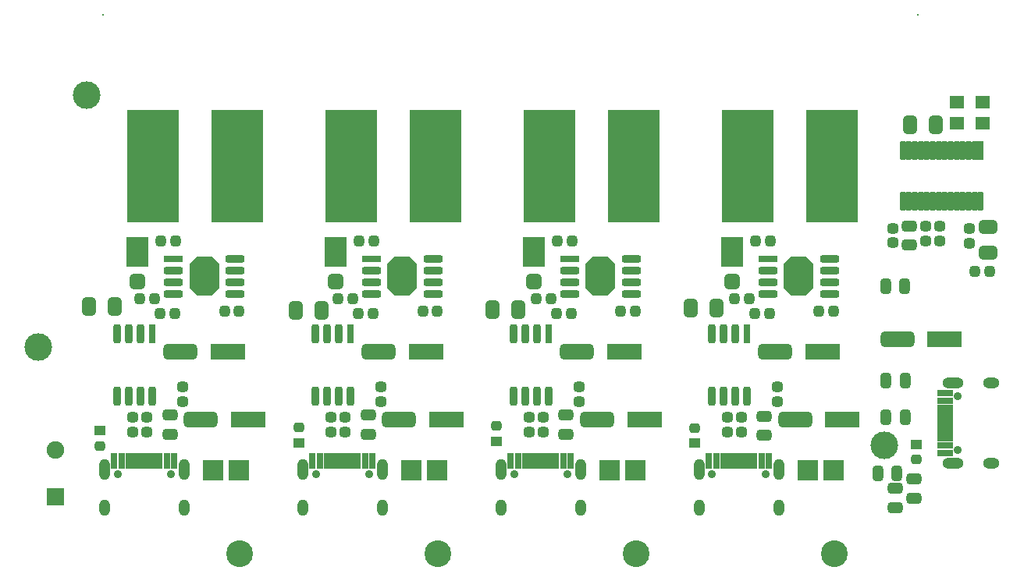
<source format=gbr>
%TF.GenerationSoftware,Altium Limited,Altium Designer,23.4.1 (23)*%
G04 Layer_Color=8388736*
%FSLAX26Y26*%
%MOIN*%
%TF.SameCoordinates,9AE554A4-7581-43F1-91E0-74BCC9029391*%
%TF.FilePolarity,Negative*%
%TF.FileFunction,Soldermask,Top*%
%TF.Part,CustomerPanel*%
G01*
G75*
%TA.AperFunction,FiducialPad,Global*%
%ADD71C,0.118110*%
%TA.AperFunction,ComponentPad*%
%ADD72R,0.085000X0.085000*%
%ADD73O,0.047370X0.070992*%
%ADD74C,0.034575*%
%ADD75O,0.047370X0.090677*%
%ADD76C,0.074929*%
%ADD77R,0.074929X0.074929*%
%ADD78O,0.070992X0.047370*%
%ADD79O,0.090677X0.047370*%
%TA.AperFunction,WasherPad*%
%ADD80C,0.008000*%
%TA.AperFunction,ViaPad*%
%ADD81C,0.114299*%
%TA.AperFunction,SMDPad,CuDef*%
G04:AMPARAMS|DCode=90|XSize=65.087mil|YSize=45.402mil|CornerRadius=13.35mil|HoleSize=0mil|Usage=FLASHONLY|Rotation=0.000|XOffset=0mil|YOffset=0mil|HoleType=Round|Shape=RoundedRectangle|*
%AMROUNDEDRECTD90*
21,1,0.065087,0.018701,0,0,0.0*
21,1,0.038386,0.045402,0,0,0.0*
1,1,0.026701,0.019193,-0.009350*
1,1,0.026701,-0.019193,-0.009350*
1,1,0.026701,-0.019193,0.009350*
1,1,0.026701,0.019193,0.009350*
%
%ADD90ROUNDEDRECTD90*%
G04:AMPARAMS|DCode=91|XSize=47.37mil|YSize=43.433mil|CornerRadius=12.858mil|HoleSize=0mil|Usage=FLASHONLY|Rotation=0.000|XOffset=0mil|YOffset=0mil|HoleType=Round|Shape=RoundedRectangle|*
%AMROUNDEDRECTD91*
21,1,0.047370,0.017717,0,0,0.0*
21,1,0.021654,0.043433,0,0,0.0*
1,1,0.025716,0.010827,-0.008858*
1,1,0.025716,-0.010827,-0.008858*
1,1,0.025716,-0.010827,0.008858*
1,1,0.025716,0.010827,0.008858*
%
%ADD91ROUNDEDRECTD91*%
G04:AMPARAMS|DCode=92|XSize=78.866mil|YSize=59.181mil|CornerRadius=16.795mil|HoleSize=0mil|Usage=FLASHONLY|Rotation=90.000|XOffset=0mil|YOffset=0mil|HoleType=Round|Shape=RoundedRectangle|*
%AMROUNDEDRECTD92*
21,1,0.078866,0.025591,0,0,90.0*
21,1,0.045276,0.059181,0,0,90.0*
1,1,0.033590,0.012795,0.022638*
1,1,0.033590,0.012795,-0.022638*
1,1,0.033590,-0.012795,-0.022638*
1,1,0.033590,-0.012795,0.022638*
%
%ADD92ROUNDEDRECTD92*%
G04:AMPARAMS|DCode=93|XSize=67.055mil|YSize=145.795mil|CornerRadius=18.764mil|HoleSize=0mil|Usage=FLASHONLY|Rotation=270.000|XOffset=0mil|YOffset=0mil|HoleType=Round|Shape=RoundedRectangle|*
%AMROUNDEDRECTD93*
21,1,0.067055,0.108268,0,0,270.0*
21,1,0.029527,0.145795,0,0,270.0*
1,1,0.037528,-0.054134,-0.014764*
1,1,0.037528,-0.054134,0.014764*
1,1,0.037528,0.054134,0.014764*
1,1,0.037528,0.054134,-0.014764*
%
%ADD93ROUNDEDRECTD93*%
%ADD94R,0.145795X0.067055*%
G04:AMPARAMS|DCode=95|XSize=126.11mil|YSize=165.48mil|CornerRadius=0mil|HoleSize=0mil|Usage=FLASHONLY|Rotation=0.000|XOffset=0mil|YOffset=0mil|HoleType=Round|Shape=Octagon|*
%AMOCTAGOND95*
4,1,8,-0.031527,0.082740,0.031527,0.082740,0.063055,0.051213,0.063055,-0.051213,0.031527,-0.082740,-0.031527,-0.082740,-0.063055,-0.051213,-0.063055,0.051213,-0.031527,0.082740,0.0*
%
%ADD95OCTAGOND95*%

%ADD96R,0.082803X0.031622*%
G04:AMPARAMS|DCode=97|XSize=31.622mil|YSize=82.803mil|CornerRadius=9.906mil|HoleSize=0mil|Usage=FLASHONLY|Rotation=90.000|XOffset=0mil|YOffset=0mil|HoleType=Round|Shape=RoundedRectangle|*
%AMROUNDEDRECTD97*
21,1,0.031622,0.062992,0,0,90.0*
21,1,0.011811,0.082803,0,0,90.0*
1,1,0.019811,0.031496,0.005906*
1,1,0.019811,0.031496,-0.005906*
1,1,0.019811,-0.031496,-0.005906*
1,1,0.019811,-0.031496,0.005906*
%
%ADD97ROUNDEDRECTD97*%
G04:AMPARAMS|DCode=98|XSize=47.37mil|YSize=43.433mil|CornerRadius=12.858mil|HoleSize=0mil|Usage=FLASHONLY|Rotation=90.000|XOffset=0mil|YOffset=0mil|HoleType=Round|Shape=RoundedRectangle|*
%AMROUNDEDRECTD98*
21,1,0.047370,0.017717,0,0,90.0*
21,1,0.021654,0.043433,0,0,90.0*
1,1,0.025716,0.008858,0.010827*
1,1,0.025716,0.008858,-0.010827*
1,1,0.025716,-0.008858,-0.010827*
1,1,0.025716,-0.008858,0.010827*
%
%ADD98ROUNDEDRECTD98*%
%ADD99R,0.224535X0.480441*%
%ADD100R,0.019811X0.065087*%
%ADD101R,0.031622X0.065087*%
%ADD102R,0.031622X0.082803*%
G04:AMPARAMS|DCode=103|XSize=31.622mil|YSize=82.803mil|CornerRadius=9.906mil|HoleSize=0mil|Usage=FLASHONLY|Rotation=0.000|XOffset=0mil|YOffset=0mil|HoleType=Round|Shape=RoundedRectangle|*
%AMROUNDEDRECTD103*
21,1,0.031622,0.062992,0,0,0.0*
21,1,0.011811,0.082803,0,0,0.0*
1,1,0.019811,0.005906,-0.031496*
1,1,0.019811,-0.005906,-0.031496*
1,1,0.019811,-0.005906,0.031496*
1,1,0.019811,0.005906,0.031496*
%
%ADD103ROUNDEDRECTD103*%
G04:AMPARAMS|DCode=104|XSize=82.803mil|YSize=26.898mil|CornerRadius=6.362mil|HoleSize=0mil|Usage=FLASHONLY|Rotation=270.000|XOffset=0mil|YOffset=0mil|HoleType=Round|Shape=RoundedRectangle|*
%AMROUNDEDRECTD104*
21,1,0.082803,0.014173,0,0,270.0*
21,1,0.070079,0.026898,0,0,270.0*
1,1,0.012724,-0.007087,-0.035039*
1,1,0.012724,-0.007087,0.035039*
1,1,0.012724,0.007087,0.035039*
1,1,0.012724,0.007087,-0.035039*
%
%ADD104ROUNDEDRECTD104*%
%ADD105R,0.026898X0.082803*%
%ADD106R,0.063118X0.055244*%
G04:AMPARAMS|DCode=107|XSize=45.402mil|YSize=41.465mil|CornerRadius=12.366mil|HoleSize=0mil|Usage=FLASHONLY|Rotation=180.000|XOffset=0mil|YOffset=0mil|HoleType=Round|Shape=RoundedRectangle|*
%AMROUNDEDRECTD107*
21,1,0.045402,0.016732,0,0,180.0*
21,1,0.020669,0.041465,0,0,180.0*
1,1,0.024732,-0.010335,0.008366*
1,1,0.024732,0.010335,0.008366*
1,1,0.024732,0.010335,-0.008366*
1,1,0.024732,-0.010335,-0.008366*
%
%ADD107ROUNDEDRECTD107*%
%ADD108R,0.045402X0.041465*%
G04:AMPARAMS|DCode=109|XSize=67.055mil|YSize=67.843mil|CornerRadius=18.764mil|HoleSize=0mil|Usage=FLASHONLY|Rotation=0.000|XOffset=0mil|YOffset=0mil|HoleType=Round|Shape=RoundedRectangle|*
%AMROUNDEDRECTD109*
21,1,0.067055,0.030315,0,0,0.0*
21,1,0.029527,0.067843,0,0,0.0*
1,1,0.037528,0.014764,-0.015158*
1,1,0.037528,-0.014764,-0.015158*
1,1,0.037528,-0.014764,0.015158*
1,1,0.037528,0.014764,0.015158*
%
%ADD109ROUNDEDRECTD109*%
%ADD110R,0.094614X0.130047*%
G04:AMPARAMS|DCode=111|XSize=78.866mil|YSize=59.181mil|CornerRadius=16.795mil|HoleSize=0mil|Usage=FLASHONLY|Rotation=180.000|XOffset=0mil|YOffset=0mil|HoleType=Round|Shape=RoundedRectangle|*
%AMROUNDEDRECTD111*
21,1,0.078866,0.025591,0,0,180.0*
21,1,0.045276,0.059181,0,0,180.0*
1,1,0.033590,-0.022638,0.012795*
1,1,0.033590,0.022638,0.012795*
1,1,0.033590,0.022638,-0.012795*
1,1,0.033590,-0.022638,-0.012795*
%
%ADD111ROUNDEDRECTD111*%
%TA.AperFunction,ConnectorPad*%
%ADD112R,0.065087X0.019811*%
%ADD113R,0.065087X0.031622*%
%TA.AperFunction,SMDPad,CuDef*%
G04:AMPARAMS|DCode=114|XSize=65.087mil|YSize=45.402mil|CornerRadius=13.35mil|HoleSize=0mil|Usage=FLASHONLY|Rotation=90.000|XOffset=0mil|YOffset=0mil|HoleType=Round|Shape=RoundedRectangle|*
%AMROUNDEDRECTD114*
21,1,0.065087,0.018701,0,0,90.0*
21,1,0.038386,0.045402,0,0,90.0*
1,1,0.026701,0.009350,0.019193*
1,1,0.026701,0.009350,-0.019193*
1,1,0.026701,-0.009350,-0.019193*
1,1,0.026701,-0.009350,0.019193*
%
%ADD114ROUNDEDRECTD114*%
D71*
X679449Y2478299D02*
D03*
X472701Y1402590D02*
D03*
X4084961Y982551D02*
D03*
D72*
X3021969Y873968D02*
D03*
X2913701Y873968D02*
D03*
X2175512Y873968D02*
D03*
X2067244Y873968D02*
D03*
X1329055Y873968D02*
D03*
X1220787Y873968D02*
D03*
X3760157D02*
D03*
X3868425D02*
D03*
D73*
X2448347Y714519D02*
D03*
X2788504D02*
D03*
X1601890D02*
D03*
X1942047D02*
D03*
X755433D02*
D03*
X1095590D02*
D03*
X3634960Y714519D02*
D03*
X3294803D02*
D03*
D74*
X2504649Y858220D02*
D03*
X2732202D02*
D03*
X1658192D02*
D03*
X1885745D02*
D03*
X811736D02*
D03*
X1039288D02*
D03*
X4399921Y1190103D02*
D03*
Y962551D02*
D03*
X3578658Y858220D02*
D03*
X3351106Y858220D02*
D03*
D75*
X2448347Y879086D02*
D03*
X2788504D02*
D03*
X1601890D02*
D03*
X1942047D02*
D03*
X755433D02*
D03*
X1095590D02*
D03*
X3634960D02*
D03*
X3294803Y879086D02*
D03*
D76*
X546701Y960590D02*
D03*
D77*
Y760590D02*
D03*
D78*
X4543622Y1246405D02*
D03*
Y906248D02*
D03*
D79*
X4379055Y1246405D02*
D03*
Y906248D02*
D03*
D80*
X4230260Y2822472D02*
D03*
X750685Y2822472D02*
D03*
D81*
X3871181Y517669D02*
D03*
X3024724Y517669D02*
D03*
X2178268D02*
D03*
X1331811D02*
D03*
D90*
X2727693Y1027545D02*
D03*
Y1110223D02*
D03*
X1881701Y1028251D02*
D03*
Y1110928D02*
D03*
X1034780Y1027545D02*
D03*
Y1110223D02*
D03*
X3572701Y1023251D02*
D03*
Y1105928D02*
D03*
X4212913Y836566D02*
D03*
Y753889D02*
D03*
X4134173Y797196D02*
D03*
Y714519D02*
D03*
X4193228Y1919244D02*
D03*
Y1836566D02*
D03*
D91*
X2782418Y1230168D02*
D03*
Y1167176D02*
D03*
X2628268Y1102314D02*
D03*
Y1039322D02*
D03*
X2569213Y1102314D02*
D03*
Y1039322D02*
D03*
X1935961Y1230168D02*
D03*
Y1167176D02*
D03*
X1781811Y1102314D02*
D03*
Y1039322D02*
D03*
X1722756Y1102314D02*
D03*
Y1039322D02*
D03*
X1088520Y1230168D02*
D03*
Y1167176D02*
D03*
X935355Y1102314D02*
D03*
Y1039322D02*
D03*
X876299Y1102314D02*
D03*
Y1039322D02*
D03*
X3628874Y1230168D02*
D03*
Y1167176D02*
D03*
X4321181Y1856251D02*
D03*
Y1919243D02*
D03*
X4262126Y1856251D02*
D03*
X4262126Y1919243D02*
D03*
X4124331Y1846409D02*
D03*
Y1909401D02*
D03*
X4449701Y1844094D02*
D03*
Y1907086D02*
D03*
X3415669Y1039322D02*
D03*
Y1102314D02*
D03*
X3474724Y1039322D02*
D03*
Y1102314D02*
D03*
D92*
X2521701Y1562590D02*
D03*
X2411465D02*
D03*
X1683819Y1559590D02*
D03*
X1573583D02*
D03*
X690464Y1573590D02*
D03*
X800700D02*
D03*
X3368819Y1568590D02*
D03*
X3258583D02*
D03*
X4197165Y2350346D02*
D03*
X4307402Y2350346D02*
D03*
D93*
X2773937Y1379873D02*
D03*
X2860551Y1092472D02*
D03*
X1927480Y1379873D02*
D03*
X2014095Y1092472D02*
D03*
X1081024Y1379873D02*
D03*
X1167638Y1092472D02*
D03*
X4142047Y1434992D02*
D03*
X3707008Y1092472D02*
D03*
X3620394Y1379873D02*
D03*
D94*
X2974724Y1379873D02*
D03*
X3061339Y1092472D02*
D03*
X2128268Y1379873D02*
D03*
X2214882Y1092472D02*
D03*
X1281811Y1379873D02*
D03*
X1368425Y1092472D02*
D03*
X4342835Y1434992D02*
D03*
X3907795Y1092472D02*
D03*
X3821181Y1379873D02*
D03*
D95*
X2874087Y1703543D02*
D03*
X2027630D02*
D03*
X1181173D02*
D03*
X3720543D02*
D03*
D96*
X2742197Y1778543D02*
D03*
X1895740D02*
D03*
X1049284D02*
D03*
X3588654D02*
D03*
D97*
X2742197Y1728543D02*
D03*
Y1678543D02*
D03*
Y1628543D02*
D03*
X3005977Y1778543D02*
D03*
Y1728543D02*
D03*
Y1678543D02*
D03*
Y1628543D02*
D03*
X1895740Y1728543D02*
D03*
Y1678543D02*
D03*
Y1628543D02*
D03*
X2159520Y1778543D02*
D03*
Y1728543D02*
D03*
Y1678543D02*
D03*
Y1628543D02*
D03*
X1049284Y1728543D02*
D03*
Y1678543D02*
D03*
Y1628543D02*
D03*
X1313063Y1778543D02*
D03*
Y1728543D02*
D03*
Y1678543D02*
D03*
Y1628543D02*
D03*
X3852433D02*
D03*
Y1678543D02*
D03*
Y1728543D02*
D03*
Y1778543D02*
D03*
X3588654Y1628543D02*
D03*
Y1678543D02*
D03*
Y1728543D02*
D03*
D98*
X2598740Y1608220D02*
D03*
X2661732D02*
D03*
X2960945Y1553102D02*
D03*
X3023937D02*
D03*
X2748347Y1545228D02*
D03*
X2685354D02*
D03*
X2752284Y1856251D02*
D03*
X2689291D02*
D03*
X1752284Y1608220D02*
D03*
X1815276D02*
D03*
X2114488Y1553102D02*
D03*
X2177480D02*
D03*
X1901890Y1545228D02*
D03*
X1838898D02*
D03*
X1905827Y1856251D02*
D03*
X1842835D02*
D03*
X905827Y1608220D02*
D03*
X968819D02*
D03*
X1268032Y1553102D02*
D03*
X1331024D02*
D03*
X1055433Y1545228D02*
D03*
X992441D02*
D03*
X1059370Y1856251D02*
D03*
X996378D02*
D03*
X3535748D02*
D03*
X3598740D02*
D03*
X4474205Y1725590D02*
D03*
X4537197D02*
D03*
X3531811Y1545228D02*
D03*
X3594803Y1545228D02*
D03*
X3870394Y1553102D02*
D03*
X3807401D02*
D03*
X3508189Y1608220D02*
D03*
X3445197D02*
D03*
D99*
X3014961Y2173181D02*
D03*
X2654961D02*
D03*
X2168504D02*
D03*
X1808504D02*
D03*
X1322047D02*
D03*
X962047D02*
D03*
X3501417Y2173180D02*
D03*
X3861417Y2173180D02*
D03*
D100*
X2687326Y913141D02*
D03*
X2667641D02*
D03*
X2549531D02*
D03*
X2569216D02*
D03*
X2608586D02*
D03*
X2628271D02*
D03*
X2588901D02*
D03*
X2647956D02*
D03*
X1840870D02*
D03*
X1821185D02*
D03*
X1703074D02*
D03*
X1722759D02*
D03*
X1762129D02*
D03*
X1781814D02*
D03*
X1742444D02*
D03*
X1801499D02*
D03*
X994413D02*
D03*
X974728D02*
D03*
X856618D02*
D03*
X876303D02*
D03*
X915673D02*
D03*
X935358D02*
D03*
X895988D02*
D03*
X955043D02*
D03*
X3494413Y913142D02*
D03*
X3435358Y913141D02*
D03*
X3474728Y913142D02*
D03*
X3455043D02*
D03*
X3415673Y913141D02*
D03*
X3395988D02*
D03*
X3514098Y913141D02*
D03*
X3533783D02*
D03*
D101*
X2490476D02*
D03*
X2746381D02*
D03*
X2714885D02*
D03*
X2521972D02*
D03*
X1644019D02*
D03*
X1899925D02*
D03*
X1868429D02*
D03*
X1675515D02*
D03*
X797562D02*
D03*
X1053468D02*
D03*
X1021972D02*
D03*
X829058D02*
D03*
X3368428Y913142D02*
D03*
X3561342D02*
D03*
X3592838D02*
D03*
X3336932D02*
D03*
D102*
X2652087Y1456645D02*
D03*
X1805630D02*
D03*
X959173D02*
D03*
X3498543D02*
D03*
D103*
X2602087D02*
D03*
X2552087D02*
D03*
X2502087D02*
D03*
X2652087Y1192865D02*
D03*
X2602087D02*
D03*
X2552087D02*
D03*
X2502087D02*
D03*
X1755630Y1456645D02*
D03*
X1705630D02*
D03*
X1655630D02*
D03*
X1805630Y1192865D02*
D03*
X1755630D02*
D03*
X1705630D02*
D03*
X1655630D02*
D03*
X909173Y1456645D02*
D03*
X859173D02*
D03*
X809173D02*
D03*
X959173Y1192865D02*
D03*
X909173D02*
D03*
X859173D02*
D03*
X809173D02*
D03*
X3348543D02*
D03*
X3398543D02*
D03*
X3448543D02*
D03*
X3498543D02*
D03*
X3348543Y1456645D02*
D03*
X3398543Y1456645D02*
D03*
X3448543Y1456645D02*
D03*
D104*
X4497362Y2025346D02*
D03*
X4471772Y2025346D02*
D03*
X4446181Y2025346D02*
D03*
X4420591D02*
D03*
X4395000D02*
D03*
X4369409D02*
D03*
X4343819D02*
D03*
X4318228D02*
D03*
X4292638D02*
D03*
X4267047D02*
D03*
X4241457D02*
D03*
X4215866D02*
D03*
X4190276D02*
D03*
X4164685D02*
D03*
Y2242275D02*
D03*
X4190276D02*
D03*
X4215866D02*
D03*
X4241457D02*
D03*
X4267047D02*
D03*
X4292638D02*
D03*
X4318228D02*
D03*
X4343819D02*
D03*
X4369409D02*
D03*
X4395000D02*
D03*
X4420591D02*
D03*
X4446181D02*
D03*
X4471772Y2242275D02*
D03*
D105*
X4497362Y2242275D02*
D03*
D106*
X4506701Y2449590D02*
D03*
Y2359590D02*
D03*
X4396701Y2449590D02*
D03*
Y2359590D02*
D03*
D107*
X3275701Y1056070D02*
D03*
X737701Y979110D02*
D03*
X1584701Y1057070D02*
D03*
X4222756Y920228D02*
D03*
X2428701Y1063070D02*
D03*
D108*
X3275701Y991110D02*
D03*
X737701Y1044070D02*
D03*
X1584701Y992110D02*
D03*
X4222756Y985188D02*
D03*
X2428701Y998110D02*
D03*
D109*
X895882Y1680456D02*
D03*
X3435252D02*
D03*
X2588795D02*
D03*
X1742339D02*
D03*
D110*
X895173Y1807543D02*
D03*
X3434543D02*
D03*
X2588087D02*
D03*
X1741630D02*
D03*
D111*
X4527874Y1913338D02*
D03*
X4527874Y1803102D02*
D03*
D112*
X4344999Y1105858D02*
D03*
Y1046802D02*
D03*
Y1086172D02*
D03*
Y1066487D02*
D03*
Y1027117D02*
D03*
Y1007432D02*
D03*
Y1125543D02*
D03*
Y1145228D02*
D03*
D113*
Y979873D02*
D03*
Y1172787D02*
D03*
Y1204283D02*
D03*
Y948377D02*
D03*
D114*
X4175512Y1257826D02*
D03*
X4092835D02*
D03*
X4141039Y862590D02*
D03*
X4058362D02*
D03*
X4091362Y1661590D02*
D03*
X4174039D02*
D03*
X4092835Y1100346D02*
D03*
X4175512D02*
D03*
%TF.MD5,52a9d4d7831ca9737a39859e0c5baa61*%
M02*

</source>
